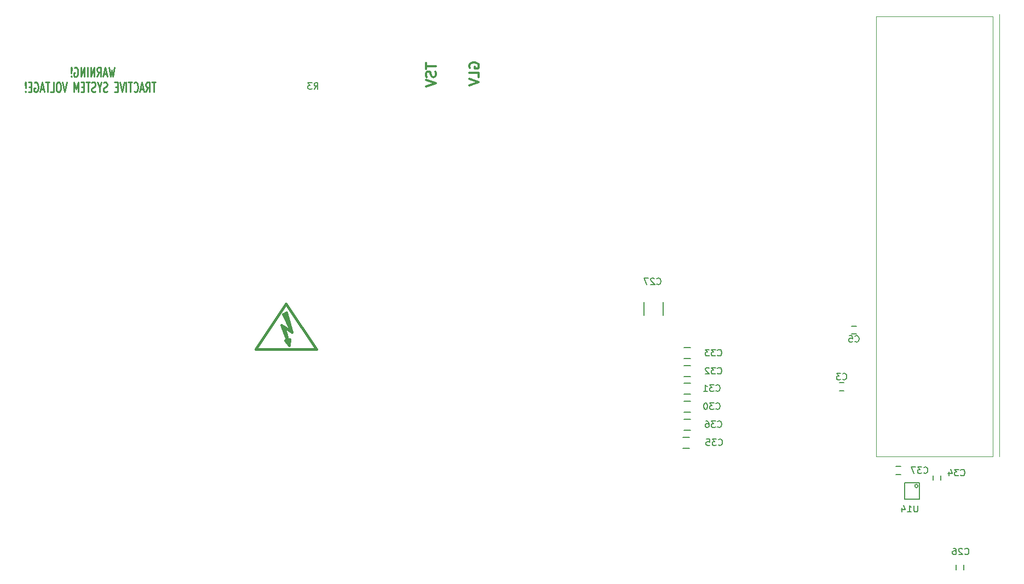
<source format=gbr>
G04 #@! TF.FileFunction,Legend,Bot*
%FSLAX46Y46*%
G04 Gerber Fmt 4.6, Leading zero omitted, Abs format (unit mm)*
G04 Created by KiCad (PCBNEW 4.0.2-stable) date 12/22/2016 4:19:51 PM*
%MOMM*%
G01*
G04 APERTURE LIST*
%ADD10C,0.100000*%
%ADD11C,0.300000*%
%ADD12C,0.250000*%
%ADD13C,0.150000*%
%ADD14C,0.381000*%
G04 APERTURE END LIST*
D10*
X219964000Y-131699000D02*
X201930000Y-131699000D01*
X201930000Y-63627000D02*
X219964000Y-63627000D01*
X219964000Y-131699000D02*
X219964000Y-63627000D01*
X201930000Y-63627000D02*
X201930000Y-131699000D01*
X220980000Y-63246000D02*
X220980000Y-131699000D01*
D11*
X132338071Y-70858286D02*
X132338071Y-71715429D01*
X133838071Y-71286858D02*
X132338071Y-71286858D01*
X133766643Y-72144000D02*
X133838071Y-72358286D01*
X133838071Y-72715429D01*
X133766643Y-72858286D01*
X133695214Y-72929715D01*
X133552357Y-73001143D01*
X133409500Y-73001143D01*
X133266643Y-72929715D01*
X133195214Y-72858286D01*
X133123786Y-72715429D01*
X133052357Y-72429715D01*
X132980929Y-72286857D01*
X132909500Y-72215429D01*
X132766643Y-72144000D01*
X132623786Y-72144000D01*
X132480929Y-72215429D01*
X132409500Y-72286857D01*
X132338071Y-72429715D01*
X132338071Y-72786857D01*
X132409500Y-73001143D01*
X132338071Y-73429714D02*
X133838071Y-73929714D01*
X132338071Y-74429714D01*
X139077000Y-71596357D02*
X139005571Y-71453500D01*
X139005571Y-71239214D01*
X139077000Y-71024929D01*
X139219857Y-70882071D01*
X139362714Y-70810643D01*
X139648429Y-70739214D01*
X139862714Y-70739214D01*
X140148429Y-70810643D01*
X140291286Y-70882071D01*
X140434143Y-71024929D01*
X140505571Y-71239214D01*
X140505571Y-71382071D01*
X140434143Y-71596357D01*
X140362714Y-71667786D01*
X139862714Y-71667786D01*
X139862714Y-71382071D01*
X140505571Y-73024929D02*
X140505571Y-72310643D01*
X139005571Y-72310643D01*
X139005571Y-73310643D02*
X140505571Y-73810643D01*
X139005571Y-74310643D01*
D12*
X84152904Y-71473071D02*
X83914809Y-72973071D01*
X83724332Y-71901643D01*
X83533856Y-72973071D01*
X83295761Y-71473071D01*
X82962428Y-72544500D02*
X82486237Y-72544500D01*
X83057666Y-72973071D02*
X82724333Y-71473071D01*
X82390999Y-72973071D01*
X81486237Y-72973071D02*
X81819571Y-72258786D01*
X82057666Y-72973071D02*
X82057666Y-71473071D01*
X81676713Y-71473071D01*
X81581475Y-71544500D01*
X81533856Y-71615929D01*
X81486237Y-71758786D01*
X81486237Y-71973071D01*
X81533856Y-72115929D01*
X81581475Y-72187357D01*
X81676713Y-72258786D01*
X82057666Y-72258786D01*
X81057666Y-72973071D02*
X81057666Y-71473071D01*
X80486237Y-72973071D01*
X80486237Y-71473071D01*
X80010047Y-72973071D02*
X80010047Y-71473071D01*
X79533857Y-72973071D02*
X79533857Y-71473071D01*
X78962428Y-72973071D01*
X78962428Y-71473071D01*
X77962428Y-71544500D02*
X78057666Y-71473071D01*
X78200523Y-71473071D01*
X78343381Y-71544500D01*
X78438619Y-71687357D01*
X78486238Y-71830214D01*
X78533857Y-72115929D01*
X78533857Y-72330214D01*
X78486238Y-72615929D01*
X78438619Y-72758786D01*
X78343381Y-72901643D01*
X78200523Y-72973071D01*
X78105285Y-72973071D01*
X77962428Y-72901643D01*
X77914809Y-72830214D01*
X77914809Y-72330214D01*
X78105285Y-72330214D01*
X77486238Y-72830214D02*
X77438619Y-72901643D01*
X77486238Y-72973071D01*
X77533857Y-72901643D01*
X77486238Y-72830214D01*
X77486238Y-72973071D01*
X77486238Y-72401643D02*
X77533857Y-71544500D01*
X77486238Y-71473071D01*
X77438619Y-71544500D01*
X77486238Y-72401643D01*
X77486238Y-71473071D01*
X90510048Y-73823071D02*
X89938619Y-73823071D01*
X90224334Y-75323071D02*
X90224334Y-73823071D01*
X89033857Y-75323071D02*
X89367191Y-74608786D01*
X89605286Y-75323071D02*
X89605286Y-73823071D01*
X89224333Y-73823071D01*
X89129095Y-73894500D01*
X89081476Y-73965929D01*
X89033857Y-74108786D01*
X89033857Y-74323071D01*
X89081476Y-74465929D01*
X89129095Y-74537357D01*
X89224333Y-74608786D01*
X89605286Y-74608786D01*
X88652905Y-74894500D02*
X88176714Y-74894500D01*
X88748143Y-75323071D02*
X88414810Y-73823071D01*
X88081476Y-75323071D01*
X87176714Y-75180214D02*
X87224333Y-75251643D01*
X87367190Y-75323071D01*
X87462428Y-75323071D01*
X87605286Y-75251643D01*
X87700524Y-75108786D01*
X87748143Y-74965929D01*
X87795762Y-74680214D01*
X87795762Y-74465929D01*
X87748143Y-74180214D01*
X87700524Y-74037357D01*
X87605286Y-73894500D01*
X87462428Y-73823071D01*
X87367190Y-73823071D01*
X87224333Y-73894500D01*
X87176714Y-73965929D01*
X86891000Y-73823071D02*
X86319571Y-73823071D01*
X86605286Y-75323071D02*
X86605286Y-73823071D01*
X85986238Y-75323071D02*
X85986238Y-73823071D01*
X85652905Y-73823071D02*
X85319572Y-75323071D01*
X84986238Y-73823071D01*
X84652905Y-74537357D02*
X84319571Y-74537357D01*
X84176714Y-75323071D02*
X84652905Y-75323071D01*
X84652905Y-73823071D01*
X84176714Y-73823071D01*
X83033857Y-75251643D02*
X82891000Y-75323071D01*
X82652904Y-75323071D01*
X82557666Y-75251643D01*
X82510047Y-75180214D01*
X82462428Y-75037357D01*
X82462428Y-74894500D01*
X82510047Y-74751643D01*
X82557666Y-74680214D01*
X82652904Y-74608786D01*
X82843381Y-74537357D01*
X82938619Y-74465929D01*
X82986238Y-74394500D01*
X83033857Y-74251643D01*
X83033857Y-74108786D01*
X82986238Y-73965929D01*
X82938619Y-73894500D01*
X82843381Y-73823071D01*
X82605285Y-73823071D01*
X82462428Y-73894500D01*
X81843381Y-74608786D02*
X81843381Y-75323071D01*
X82176714Y-73823071D02*
X81843381Y-74608786D01*
X81510047Y-73823071D01*
X81224333Y-75251643D02*
X81081476Y-75323071D01*
X80843380Y-75323071D01*
X80748142Y-75251643D01*
X80700523Y-75180214D01*
X80652904Y-75037357D01*
X80652904Y-74894500D01*
X80700523Y-74751643D01*
X80748142Y-74680214D01*
X80843380Y-74608786D01*
X81033857Y-74537357D01*
X81129095Y-74465929D01*
X81176714Y-74394500D01*
X81224333Y-74251643D01*
X81224333Y-74108786D01*
X81176714Y-73965929D01*
X81129095Y-73894500D01*
X81033857Y-73823071D01*
X80795761Y-73823071D01*
X80652904Y-73894500D01*
X80367190Y-73823071D02*
X79795761Y-73823071D01*
X80081476Y-75323071D02*
X80081476Y-73823071D01*
X79462428Y-74537357D02*
X79129094Y-74537357D01*
X78986237Y-75323071D02*
X79462428Y-75323071D01*
X79462428Y-73823071D01*
X78986237Y-73823071D01*
X78557666Y-75323071D02*
X78557666Y-73823071D01*
X78224332Y-74894500D01*
X77890999Y-73823071D01*
X77890999Y-75323071D01*
X76795761Y-73823071D02*
X76462428Y-75323071D01*
X76129094Y-73823071D01*
X75605285Y-73823071D02*
X75414808Y-73823071D01*
X75319570Y-73894500D01*
X75224332Y-74037357D01*
X75176713Y-74323071D01*
X75176713Y-74823071D01*
X75224332Y-75108786D01*
X75319570Y-75251643D01*
X75414808Y-75323071D01*
X75605285Y-75323071D01*
X75700523Y-75251643D01*
X75795761Y-75108786D01*
X75843380Y-74823071D01*
X75843380Y-74323071D01*
X75795761Y-74037357D01*
X75700523Y-73894500D01*
X75605285Y-73823071D01*
X74271951Y-75323071D02*
X74748142Y-75323071D01*
X74748142Y-73823071D01*
X74081475Y-73823071D02*
X73510046Y-73823071D01*
X73795761Y-75323071D02*
X73795761Y-73823071D01*
X73224332Y-74894500D02*
X72748141Y-74894500D01*
X73319570Y-75323071D02*
X72986237Y-73823071D01*
X72652903Y-75323071D01*
X71795760Y-73894500D02*
X71890998Y-73823071D01*
X72033855Y-73823071D01*
X72176713Y-73894500D01*
X72271951Y-74037357D01*
X72319570Y-74180214D01*
X72367189Y-74465929D01*
X72367189Y-74680214D01*
X72319570Y-74965929D01*
X72271951Y-75108786D01*
X72176713Y-75251643D01*
X72033855Y-75323071D01*
X71938617Y-75323071D01*
X71795760Y-75251643D01*
X71748141Y-75180214D01*
X71748141Y-74680214D01*
X71938617Y-74680214D01*
X71319570Y-74537357D02*
X70986236Y-74537357D01*
X70843379Y-75323071D02*
X71319570Y-75323071D01*
X71319570Y-73823071D01*
X70843379Y-73823071D01*
X70414808Y-75180214D02*
X70367189Y-75251643D01*
X70414808Y-75323071D01*
X70462427Y-75251643D01*
X70414808Y-75180214D01*
X70414808Y-75323071D01*
X70414808Y-74751643D02*
X70462427Y-73894500D01*
X70414808Y-73823071D01*
X70367189Y-73894500D01*
X70414808Y-74751643D01*
X70414808Y-73823071D01*
D13*
X196246000Y-121504000D02*
X196946000Y-121504000D01*
X196946000Y-120304000D02*
X196246000Y-120304000D01*
X198851000Y-111541000D02*
X198151000Y-111541000D01*
X198151000Y-112741000D02*
X198851000Y-112741000D01*
X110575000Y-109718000D02*
X110975000Y-110668000D01*
X110975000Y-110668000D02*
X110925000Y-110768000D01*
D14*
X110323960Y-109668840D02*
X110774060Y-109468000D01*
X111172840Y-114467640D02*
X109973960Y-111368840D01*
X109973960Y-111368840D02*
X110573400Y-111767620D01*
X111574160Y-112468660D02*
X110273680Y-109667040D01*
X111172840Y-114467640D02*
X110573400Y-113769140D01*
X110774060Y-109468920D02*
X111574160Y-112468660D01*
X111574160Y-112468660D02*
X110375280Y-111668560D01*
X110375280Y-111668560D02*
X111172840Y-114467640D01*
X111172840Y-114467640D02*
X111274440Y-113568480D01*
X110675000Y-108077000D02*
X105976000Y-115062000D01*
X105976000Y-115062000D02*
X115374000Y-115062000D01*
X115374000Y-115062000D02*
X110675000Y-108077000D01*
D13*
X214284000Y-148494000D02*
X214284000Y-149194000D01*
X215484000Y-149194000D02*
X215484000Y-148494000D01*
X166038000Y-109839000D02*
X166038000Y-107839000D01*
X168988000Y-107839000D02*
X168988000Y-109839000D01*
X172220000Y-123102000D02*
X173220000Y-123102000D01*
X173220000Y-124802000D02*
X172220000Y-124802000D01*
X172220000Y-120308000D02*
X173220000Y-120308000D01*
X173220000Y-122008000D02*
X172220000Y-122008000D01*
X172220000Y-117641000D02*
X173220000Y-117641000D01*
X173220000Y-119341000D02*
X172220000Y-119341000D01*
X172220000Y-114847000D02*
X173220000Y-114847000D01*
X173220000Y-116547000D02*
X172220000Y-116547000D01*
X211928000Y-135351000D02*
X211928000Y-134651000D01*
X210728000Y-134651000D02*
X210728000Y-135351000D01*
X172093000Y-128690000D02*
X173093000Y-128690000D01*
X173093000Y-130390000D02*
X172093000Y-130390000D01*
X172220000Y-125896000D02*
X173220000Y-125896000D01*
X173220000Y-127596000D02*
X172220000Y-127596000D01*
X205009000Y-134458000D02*
X205709000Y-134458000D01*
X205709000Y-133258000D02*
X205009000Y-133258000D01*
X208407000Y-136271000D02*
G75*
G03X208407000Y-136271000I-254000J0D01*
G01*
X206375000Y-138303000D02*
X206375000Y-135763000D01*
X206375000Y-135763000D02*
X208661000Y-135763000D01*
X208661000Y-135763000D02*
X208661000Y-138303000D01*
X208661000Y-138303000D02*
X206375000Y-138303000D01*
X196762666Y-119737143D02*
X196810285Y-119784762D01*
X196953142Y-119832381D01*
X197048380Y-119832381D01*
X197191238Y-119784762D01*
X197286476Y-119689524D01*
X197334095Y-119594286D01*
X197381714Y-119403810D01*
X197381714Y-119260952D01*
X197334095Y-119070476D01*
X197286476Y-118975238D01*
X197191238Y-118880000D01*
X197048380Y-118832381D01*
X196953142Y-118832381D01*
X196810285Y-118880000D01*
X196762666Y-118927619D01*
X196429333Y-118832381D02*
X195810285Y-118832381D01*
X196143619Y-119213333D01*
X196000761Y-119213333D01*
X195905523Y-119260952D01*
X195857904Y-119308571D01*
X195810285Y-119403810D01*
X195810285Y-119641905D01*
X195857904Y-119737143D01*
X195905523Y-119784762D01*
X196000761Y-119832381D01*
X196286476Y-119832381D01*
X196381714Y-119784762D01*
X196429333Y-119737143D01*
X198667666Y-113895143D02*
X198715285Y-113942762D01*
X198858142Y-113990381D01*
X198953380Y-113990381D01*
X199096238Y-113942762D01*
X199191476Y-113847524D01*
X199239095Y-113752286D01*
X199286714Y-113561810D01*
X199286714Y-113418952D01*
X199239095Y-113228476D01*
X199191476Y-113133238D01*
X199096238Y-113038000D01*
X198953380Y-112990381D01*
X198858142Y-112990381D01*
X198715285Y-113038000D01*
X198667666Y-113085619D01*
X197762904Y-112990381D02*
X198239095Y-112990381D01*
X198286714Y-113466571D01*
X198239095Y-113418952D01*
X198143857Y-113371333D01*
X197905761Y-113371333D01*
X197810523Y-113418952D01*
X197762904Y-113466571D01*
X197715285Y-113561810D01*
X197715285Y-113799905D01*
X197762904Y-113895143D01*
X197810523Y-113942762D01*
X197905761Y-113990381D01*
X198143857Y-113990381D01*
X198239095Y-113942762D01*
X198286714Y-113895143D01*
X115038166Y-74874381D02*
X115371500Y-74398190D01*
X115609595Y-74874381D02*
X115609595Y-73874381D01*
X115228642Y-73874381D01*
X115133404Y-73922000D01*
X115085785Y-73969619D01*
X115038166Y-74064857D01*
X115038166Y-74207714D01*
X115085785Y-74302952D01*
X115133404Y-74350571D01*
X115228642Y-74398190D01*
X115609595Y-74398190D01*
X114704833Y-73874381D02*
X114085785Y-73874381D01*
X114419119Y-74255333D01*
X114276261Y-74255333D01*
X114181023Y-74302952D01*
X114133404Y-74350571D01*
X114085785Y-74445810D01*
X114085785Y-74683905D01*
X114133404Y-74779143D01*
X114181023Y-74826762D01*
X114276261Y-74874381D01*
X114561976Y-74874381D01*
X114657214Y-74826762D01*
X114704833Y-74779143D01*
X215653857Y-146788143D02*
X215701476Y-146835762D01*
X215844333Y-146883381D01*
X215939571Y-146883381D01*
X216082429Y-146835762D01*
X216177667Y-146740524D01*
X216225286Y-146645286D01*
X216272905Y-146454810D01*
X216272905Y-146311952D01*
X216225286Y-146121476D01*
X216177667Y-146026238D01*
X216082429Y-145931000D01*
X215939571Y-145883381D01*
X215844333Y-145883381D01*
X215701476Y-145931000D01*
X215653857Y-145978619D01*
X215272905Y-145978619D02*
X215225286Y-145931000D01*
X215130048Y-145883381D01*
X214891952Y-145883381D01*
X214796714Y-145931000D01*
X214749095Y-145978619D01*
X214701476Y-146073857D01*
X214701476Y-146169095D01*
X214749095Y-146311952D01*
X215320524Y-146883381D01*
X214701476Y-146883381D01*
X213844333Y-145883381D02*
X214034810Y-145883381D01*
X214130048Y-145931000D01*
X214177667Y-145978619D01*
X214272905Y-146121476D01*
X214320524Y-146311952D01*
X214320524Y-146692905D01*
X214272905Y-146788143D01*
X214225286Y-146835762D01*
X214130048Y-146883381D01*
X213939571Y-146883381D01*
X213844333Y-146835762D01*
X213796714Y-146788143D01*
X213749095Y-146692905D01*
X213749095Y-146454810D01*
X213796714Y-146359571D01*
X213844333Y-146311952D01*
X213939571Y-146264333D01*
X214130048Y-146264333D01*
X214225286Y-146311952D01*
X214272905Y-146359571D01*
X214320524Y-146454810D01*
X168028857Y-105005143D02*
X168076476Y-105052762D01*
X168219333Y-105100381D01*
X168314571Y-105100381D01*
X168457429Y-105052762D01*
X168552667Y-104957524D01*
X168600286Y-104862286D01*
X168647905Y-104671810D01*
X168647905Y-104528952D01*
X168600286Y-104338476D01*
X168552667Y-104243238D01*
X168457429Y-104148000D01*
X168314571Y-104100381D01*
X168219333Y-104100381D01*
X168076476Y-104148000D01*
X168028857Y-104195619D01*
X167647905Y-104195619D02*
X167600286Y-104148000D01*
X167505048Y-104100381D01*
X167266952Y-104100381D01*
X167171714Y-104148000D01*
X167124095Y-104195619D01*
X167076476Y-104290857D01*
X167076476Y-104386095D01*
X167124095Y-104528952D01*
X167695524Y-105100381D01*
X167076476Y-105100381D01*
X166743143Y-104100381D02*
X166076476Y-104100381D01*
X166505048Y-105100381D01*
X177172857Y-124309143D02*
X177220476Y-124356762D01*
X177363333Y-124404381D01*
X177458571Y-124404381D01*
X177601429Y-124356762D01*
X177696667Y-124261524D01*
X177744286Y-124166286D01*
X177791905Y-123975810D01*
X177791905Y-123832952D01*
X177744286Y-123642476D01*
X177696667Y-123547238D01*
X177601429Y-123452000D01*
X177458571Y-123404381D01*
X177363333Y-123404381D01*
X177220476Y-123452000D01*
X177172857Y-123499619D01*
X176839524Y-123404381D02*
X176220476Y-123404381D01*
X176553810Y-123785333D01*
X176410952Y-123785333D01*
X176315714Y-123832952D01*
X176268095Y-123880571D01*
X176220476Y-123975810D01*
X176220476Y-124213905D01*
X176268095Y-124309143D01*
X176315714Y-124356762D01*
X176410952Y-124404381D01*
X176696667Y-124404381D01*
X176791905Y-124356762D01*
X176839524Y-124309143D01*
X175601429Y-123404381D02*
X175506190Y-123404381D01*
X175410952Y-123452000D01*
X175363333Y-123499619D01*
X175315714Y-123594857D01*
X175268095Y-123785333D01*
X175268095Y-124023429D01*
X175315714Y-124213905D01*
X175363333Y-124309143D01*
X175410952Y-124356762D01*
X175506190Y-124404381D01*
X175601429Y-124404381D01*
X175696667Y-124356762D01*
X175744286Y-124309143D01*
X175791905Y-124213905D01*
X175839524Y-124023429D01*
X175839524Y-123785333D01*
X175791905Y-123594857D01*
X175744286Y-123499619D01*
X175696667Y-123452000D01*
X175601429Y-123404381D01*
X177172857Y-121515143D02*
X177220476Y-121562762D01*
X177363333Y-121610381D01*
X177458571Y-121610381D01*
X177601429Y-121562762D01*
X177696667Y-121467524D01*
X177744286Y-121372286D01*
X177791905Y-121181810D01*
X177791905Y-121038952D01*
X177744286Y-120848476D01*
X177696667Y-120753238D01*
X177601429Y-120658000D01*
X177458571Y-120610381D01*
X177363333Y-120610381D01*
X177220476Y-120658000D01*
X177172857Y-120705619D01*
X176839524Y-120610381D02*
X176220476Y-120610381D01*
X176553810Y-120991333D01*
X176410952Y-120991333D01*
X176315714Y-121038952D01*
X176268095Y-121086571D01*
X176220476Y-121181810D01*
X176220476Y-121419905D01*
X176268095Y-121515143D01*
X176315714Y-121562762D01*
X176410952Y-121610381D01*
X176696667Y-121610381D01*
X176791905Y-121562762D01*
X176839524Y-121515143D01*
X175268095Y-121610381D02*
X175839524Y-121610381D01*
X175553810Y-121610381D02*
X175553810Y-120610381D01*
X175649048Y-120753238D01*
X175744286Y-120848476D01*
X175839524Y-120896095D01*
X177426857Y-118848143D02*
X177474476Y-118895762D01*
X177617333Y-118943381D01*
X177712571Y-118943381D01*
X177855429Y-118895762D01*
X177950667Y-118800524D01*
X177998286Y-118705286D01*
X178045905Y-118514810D01*
X178045905Y-118371952D01*
X177998286Y-118181476D01*
X177950667Y-118086238D01*
X177855429Y-117991000D01*
X177712571Y-117943381D01*
X177617333Y-117943381D01*
X177474476Y-117991000D01*
X177426857Y-118038619D01*
X177093524Y-117943381D02*
X176474476Y-117943381D01*
X176807810Y-118324333D01*
X176664952Y-118324333D01*
X176569714Y-118371952D01*
X176522095Y-118419571D01*
X176474476Y-118514810D01*
X176474476Y-118752905D01*
X176522095Y-118848143D01*
X176569714Y-118895762D01*
X176664952Y-118943381D01*
X176950667Y-118943381D01*
X177045905Y-118895762D01*
X177093524Y-118848143D01*
X176093524Y-118038619D02*
X176045905Y-117991000D01*
X175950667Y-117943381D01*
X175712571Y-117943381D01*
X175617333Y-117991000D01*
X175569714Y-118038619D01*
X175522095Y-118133857D01*
X175522095Y-118229095D01*
X175569714Y-118371952D01*
X176141143Y-118943381D01*
X175522095Y-118943381D01*
X177426857Y-116054143D02*
X177474476Y-116101762D01*
X177617333Y-116149381D01*
X177712571Y-116149381D01*
X177855429Y-116101762D01*
X177950667Y-116006524D01*
X177998286Y-115911286D01*
X178045905Y-115720810D01*
X178045905Y-115577952D01*
X177998286Y-115387476D01*
X177950667Y-115292238D01*
X177855429Y-115197000D01*
X177712571Y-115149381D01*
X177617333Y-115149381D01*
X177474476Y-115197000D01*
X177426857Y-115244619D01*
X177093524Y-115149381D02*
X176474476Y-115149381D01*
X176807810Y-115530333D01*
X176664952Y-115530333D01*
X176569714Y-115577952D01*
X176522095Y-115625571D01*
X176474476Y-115720810D01*
X176474476Y-115958905D01*
X176522095Y-116054143D01*
X176569714Y-116101762D01*
X176664952Y-116149381D01*
X176950667Y-116149381D01*
X177045905Y-116101762D01*
X177093524Y-116054143D01*
X176141143Y-115149381D02*
X175522095Y-115149381D01*
X175855429Y-115530333D01*
X175712571Y-115530333D01*
X175617333Y-115577952D01*
X175569714Y-115625571D01*
X175522095Y-115720810D01*
X175522095Y-115958905D01*
X175569714Y-116054143D01*
X175617333Y-116101762D01*
X175712571Y-116149381D01*
X175998286Y-116149381D01*
X176093524Y-116101762D01*
X176141143Y-116054143D01*
X215018857Y-134596143D02*
X215066476Y-134643762D01*
X215209333Y-134691381D01*
X215304571Y-134691381D01*
X215447429Y-134643762D01*
X215542667Y-134548524D01*
X215590286Y-134453286D01*
X215637905Y-134262810D01*
X215637905Y-134119952D01*
X215590286Y-133929476D01*
X215542667Y-133834238D01*
X215447429Y-133739000D01*
X215304571Y-133691381D01*
X215209333Y-133691381D01*
X215066476Y-133739000D01*
X215018857Y-133786619D01*
X214685524Y-133691381D02*
X214066476Y-133691381D01*
X214399810Y-134072333D01*
X214256952Y-134072333D01*
X214161714Y-134119952D01*
X214114095Y-134167571D01*
X214066476Y-134262810D01*
X214066476Y-134500905D01*
X214114095Y-134596143D01*
X214161714Y-134643762D01*
X214256952Y-134691381D01*
X214542667Y-134691381D01*
X214637905Y-134643762D01*
X214685524Y-134596143D01*
X213209333Y-134024714D02*
X213209333Y-134691381D01*
X213447429Y-133643762D02*
X213685524Y-134358048D01*
X213066476Y-134358048D01*
X177553857Y-129897143D02*
X177601476Y-129944762D01*
X177744333Y-129992381D01*
X177839571Y-129992381D01*
X177982429Y-129944762D01*
X178077667Y-129849524D01*
X178125286Y-129754286D01*
X178172905Y-129563810D01*
X178172905Y-129420952D01*
X178125286Y-129230476D01*
X178077667Y-129135238D01*
X177982429Y-129040000D01*
X177839571Y-128992381D01*
X177744333Y-128992381D01*
X177601476Y-129040000D01*
X177553857Y-129087619D01*
X177220524Y-128992381D02*
X176601476Y-128992381D01*
X176934810Y-129373333D01*
X176791952Y-129373333D01*
X176696714Y-129420952D01*
X176649095Y-129468571D01*
X176601476Y-129563810D01*
X176601476Y-129801905D01*
X176649095Y-129897143D01*
X176696714Y-129944762D01*
X176791952Y-129992381D01*
X177077667Y-129992381D01*
X177172905Y-129944762D01*
X177220524Y-129897143D01*
X175696714Y-128992381D02*
X176172905Y-128992381D01*
X176220524Y-129468571D01*
X176172905Y-129420952D01*
X176077667Y-129373333D01*
X175839571Y-129373333D01*
X175744333Y-129420952D01*
X175696714Y-129468571D01*
X175649095Y-129563810D01*
X175649095Y-129801905D01*
X175696714Y-129897143D01*
X175744333Y-129944762D01*
X175839571Y-129992381D01*
X176077667Y-129992381D01*
X176172905Y-129944762D01*
X176220524Y-129897143D01*
X177426857Y-127103143D02*
X177474476Y-127150762D01*
X177617333Y-127198381D01*
X177712571Y-127198381D01*
X177855429Y-127150762D01*
X177950667Y-127055524D01*
X177998286Y-126960286D01*
X178045905Y-126769810D01*
X178045905Y-126626952D01*
X177998286Y-126436476D01*
X177950667Y-126341238D01*
X177855429Y-126246000D01*
X177712571Y-126198381D01*
X177617333Y-126198381D01*
X177474476Y-126246000D01*
X177426857Y-126293619D01*
X177093524Y-126198381D02*
X176474476Y-126198381D01*
X176807810Y-126579333D01*
X176664952Y-126579333D01*
X176569714Y-126626952D01*
X176522095Y-126674571D01*
X176474476Y-126769810D01*
X176474476Y-127007905D01*
X176522095Y-127103143D01*
X176569714Y-127150762D01*
X176664952Y-127198381D01*
X176950667Y-127198381D01*
X177045905Y-127150762D01*
X177093524Y-127103143D01*
X175617333Y-126198381D02*
X175807810Y-126198381D01*
X175903048Y-126246000D01*
X175950667Y-126293619D01*
X176045905Y-126436476D01*
X176093524Y-126626952D01*
X176093524Y-127007905D01*
X176045905Y-127103143D01*
X175998286Y-127150762D01*
X175903048Y-127198381D01*
X175712571Y-127198381D01*
X175617333Y-127150762D01*
X175569714Y-127103143D01*
X175522095Y-127007905D01*
X175522095Y-126769810D01*
X175569714Y-126674571D01*
X175617333Y-126626952D01*
X175712571Y-126579333D01*
X175903048Y-126579333D01*
X175998286Y-126626952D01*
X176045905Y-126674571D01*
X176093524Y-126769810D01*
X209303857Y-134215143D02*
X209351476Y-134262762D01*
X209494333Y-134310381D01*
X209589571Y-134310381D01*
X209732429Y-134262762D01*
X209827667Y-134167524D01*
X209875286Y-134072286D01*
X209922905Y-133881810D01*
X209922905Y-133738952D01*
X209875286Y-133548476D01*
X209827667Y-133453238D01*
X209732429Y-133358000D01*
X209589571Y-133310381D01*
X209494333Y-133310381D01*
X209351476Y-133358000D01*
X209303857Y-133405619D01*
X208970524Y-133310381D02*
X208351476Y-133310381D01*
X208684810Y-133691333D01*
X208541952Y-133691333D01*
X208446714Y-133738952D01*
X208399095Y-133786571D01*
X208351476Y-133881810D01*
X208351476Y-134119905D01*
X208399095Y-134215143D01*
X208446714Y-134262762D01*
X208541952Y-134310381D01*
X208827667Y-134310381D01*
X208922905Y-134262762D01*
X208970524Y-134215143D01*
X208018143Y-133310381D02*
X207351476Y-133310381D01*
X207780048Y-134310381D01*
X208375095Y-139279381D02*
X208375095Y-140088905D01*
X208327476Y-140184143D01*
X208279857Y-140231762D01*
X208184619Y-140279381D01*
X207994142Y-140279381D01*
X207898904Y-140231762D01*
X207851285Y-140184143D01*
X207803666Y-140088905D01*
X207803666Y-139279381D01*
X206803666Y-140279381D02*
X207375095Y-140279381D01*
X207089381Y-140279381D02*
X207089381Y-139279381D01*
X207184619Y-139422238D01*
X207279857Y-139517476D01*
X207375095Y-139565095D01*
X205946523Y-139612714D02*
X205946523Y-140279381D01*
X206184619Y-139231762D02*
X206422714Y-139946048D01*
X205803666Y-139946048D01*
M02*

</source>
